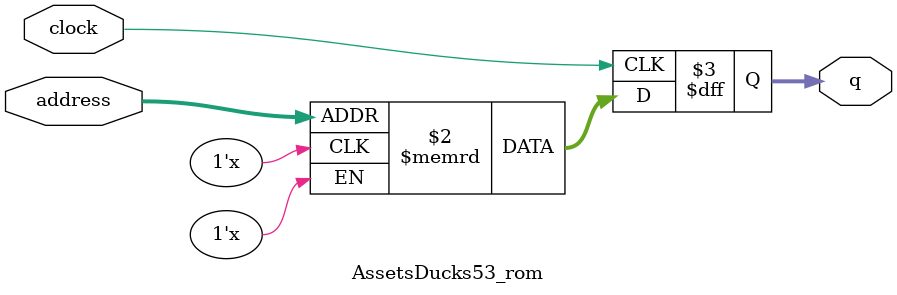
<source format=sv>
module AssetsDucks53_rom (
	input logic clock,
	input logic [11:0] address,
	output logic [3:0] q
);

logic [3:0] memory [0:4095] /* synthesis ram_init_file = "./AssetsDucks53/AssetsDucks53.mif" */;

always_ff @ (posedge clock) begin
	q <= memory[address];
end

endmodule

</source>
